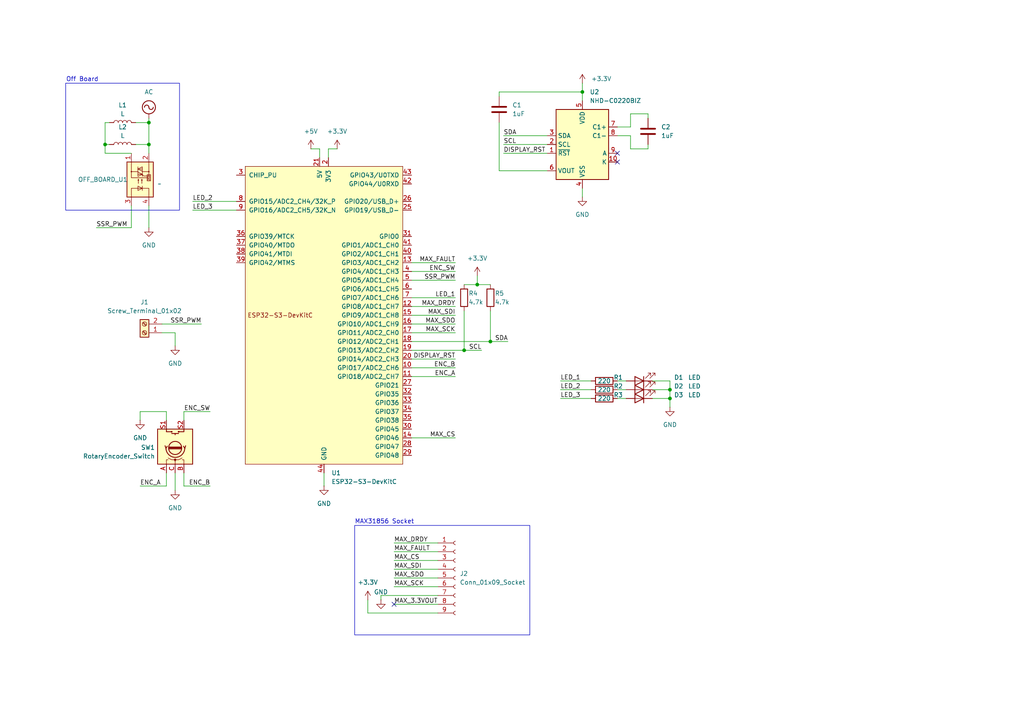
<source format=kicad_sch>
(kicad_sch (version 20250114) (generator "eeschema") (generator_version "9.0")
  (paper "A4")
  (title_block (title "Tube Furnace Schematic") (date "2025-03-26") (rev "v2") (company "Waterloo Hacker Fab"))
  (lib_symbols
    (symbol "Connector:Conn_01x09_Socket" (pin_names (offset 1.016) (hide yes))
      (property "Reference" "J" (at 0 12.7 0))
      (property "Value" "Conn_01x09_Socket" (at 0 -12.7 0))
      (symbol "Conn_01x09_Socket_1_1"
        (polyline (pts (xy -1.27 10.16) (xy -0.508 10.16)) (stroke (width 0.1524)))
        (polyline (pts (xy -1.27 7.62) (xy -0.508 7.62)) (stroke (width 0.1524)))
        (polyline (pts (xy -1.27 5.08) (xy -0.508 5.08)) (stroke (width 0.1524)))
        (polyline (pts (xy -1.27 2.54) (xy -0.508 2.54)) (stroke (width 0.1524)))
        (polyline (pts (xy -1.27 0) (xy -0.508 0)) (stroke (width 0.1524)))
        (polyline (pts (xy -1.27 -2.54) (xy -0.508 -2.54)) (stroke (width 0.1524)))
        (polyline (pts (xy -1.27 -5.08) (xy -0.508 -5.08)) (stroke (width 0.1524)))
        (polyline (pts (xy -1.27 -7.62) (xy -0.508 -7.62)) (stroke (width 0.1524)))
        (polyline (pts (xy -1.27 -10.16) (xy -0.508 -10.16)) (stroke (width 0.1524)))
        (arc (start 0 9.652) (mid -0.5058 10.16) (end 0 10.668) (stroke (width 0.1524)))
        (arc (start 0 7.112) (mid -0.5058 7.62) (end 0 8.128) (stroke (width 0.1524)))
        (arc (start 0 4.572) (mid -0.5058 5.08) (end 0 5.588) (stroke (width 0.1524)))
        (arc (start 0 2.032) (mid -0.5058 2.54) (end 0 3.048) (stroke (width 0.1524)))
        (arc (start 0 -0.508) (mid -0.5058 0) (end 0 0.508) (stroke (width 0.1524)))
        (arc (start 0 -3.048) (mid -0.5058 -2.54) (end 0 -2.032) (stroke (width 0.1524)))
        (arc (start 0 -5.588) (mid -0.5058 -5.08) (end 0 -4.572) (stroke (width 0.1524)))
        (arc (start 0 -8.128) (mid -0.5058 -7.62) (end 0 -7.112) (stroke (width 0.1524)))
        (arc (start 0 -10.668) (mid -0.5058 -10.16) (end 0 -9.652) (stroke (width 0.1524)))
        (pin passive line (at -5.08 10.16 0) (length 3.81) (name "Pin_1") (number "1"))
        (pin passive line (at -5.08 7.62 0) (length 3.81) (name "Pin_2") (number "2"))
        (pin passive line (at -5.08 5.08 0) (length 3.81) (name "Pin_3") (number "3"))
        (pin passive line (at -5.08 2.54 0) (length 3.81) (name "Pin_4") (number "4"))
        (pin passive line (at -5.08 0 0) (length 3.81) (name "Pin_5") (number "5"))
        (pin passive line (at -5.08 -2.54 0) (length 3.81) (name "Pin_6") (number "6"))
        (pin passive line (at -5.08 -5.08 0) (length 3.81) (name "Pin_7") (number "7"))
        (pin passive line (at -5.08 -7.62 0) (length 3.81) (name "Pin_8") (number "8"))
        (pin passive line (at -5.08 -10.16 0) (length 3.81) (name "Pin_9") (number "9"))
      )
    )
    (symbol "Connector:Screw_Terminal_01x02" (pin_names (offset 1.016) (hide yes))
      (property "Reference" "J" (at 0 2.54 0))
      (property "Value" "Screw_Terminal_01x02" (at 0 -5.08 0))
      (symbol "Screw_Terminal_01x02_1_1"
        (rectangle (start -1.27 1.27) (end 1.27 -3.81) (stroke (width 0.254)) (fill (type background)))
        (polyline (pts (xy -0.5334 0.3302) (xy 0.3302 -0.508)) (stroke (width 0.1524)))
        (polyline (pts (xy -0.5334 -2.2098) (xy 0.3302 -3.048)) (stroke (width 0.1524)))
        (polyline (pts (xy -0.3556 0.508) (xy 0.508 -0.3302)) (stroke (width 0.1524)))
        (polyline (pts (xy -0.3556 -2.032) (xy 0.508 -2.8702)) (stroke (width 0.1524)))
        (circle (center 0 0) (radius 0.635) (stroke (width 0.1524)))
        (circle (center 0 -2.54) (radius 0.635) (stroke (width 0.1524)))
        (pin passive line (at -5.08 0 0) (length 3.81) (name "Pin_1") (number "1"))
        (pin passive line (at -5.08 -2.54 0) (length 3.81) (name "Pin_2") (number "2"))
      )
    )
    (symbol "Device:C" (pin_numbers (hide yes)) (pin_names (offset 0.254))
      (property "Reference" "C" (at 0.635 2.54 0))
      (property "Value" "C" (at 0.635 -2.54 0))
      (symbol "C_0_1"
        (polyline (pts (xy -2.032 0.762) (xy 2.032 0.762)) (stroke (width 0.508)))
        (polyline (pts (xy -2.032 -0.762) (xy 2.032 -0.762)) (stroke (width 0.508)))
      )
      (symbol "C_1_1"
        (pin passive line (at 0 3.81 270) (length 2.794) (name "~") (number "1"))
        (pin passive line (at 0 -3.81 90) (length 2.794) (name "~") (number "2"))
      )
    )
    (symbol "Device:L" (pin_numbers (hide yes)) (pin_names (offset 1.016) (hide yes))
      (property "Reference" "L" (at -1.27 0 90))
      (property "Value" "L" (at 1.905 0 90))
      (symbol "L_0_1"
        (arc (start 0 2.54) (mid 0.6323 1.905) (end 0 1.27))
        (arc (start 0 1.27) (mid 0.6323 0.635) (end 0 0))
        (arc (start 0 0) (mid 0.6323 -0.635) (end 0 -1.27))
        (arc (start 0 -1.27) (mid 0.6323 -1.905) (end 0 -2.54))
      )
      (symbol "L_1_1"
        (pin passive line (at 0 3.81 270) (length 1.27) (name "1") (number "1"))
        (pin passive line (at 0 -3.81 90) (length 1.27) (name "2") (number "2"))
      )
    )
    (symbol "Device:LED" (pin_numbers (hide yes)) (pin_names (offset 1.016) (hide yes))
      (property "Reference" "D" (at 0 2.54 0))
      (property "Value" "LED" (at 0 -2.54 0))
      (symbol "LED_0_1"
        (polyline (pts (xy -3.048 -0.762) (xy -4.572 -2.286) (xy -3.81 -2.286) (xy -4.572 -2.286) (xy -4.572 -1.524)))
        (polyline (pts (xy -1.778 -0.762) (xy -3.302 -2.286) (xy -2.54 -2.286) (xy -3.302 -2.286) (xy -3.302 -1.524)))
        (polyline (pts (xy -1.27 0) (xy 1.27 0)))
        (polyline (pts (xy -1.27 -1.27) (xy -1.27 1.27)) (stroke (width 0.254)))
        (polyline (pts (xy 1.27 -1.27) (xy 1.27 1.27) (xy -1.27 0) (xy 1.27 -1.27)) (stroke (width 0.254)))
      )
      (symbol "LED_1_1"
        (pin passive line (at -3.81 0 0) (length 2.54) (name "K") (number "1"))
        (pin passive line (at 3.81 0 180) (length 2.54) (name "A") (number "2"))
      )
    )
    (symbol "Device:R" (pin_numbers (hide yes)) (pin_names (offset 0))
      (property "Reference" "R" (at 2.032 0 90))
      (property "Value" "R" (at 0 0 90))
      (symbol "R_0_1"
        (rectangle (start -1.016 -2.54) (end 1.016 2.54) (stroke (width 0.254)))
      )
      (symbol "R_1_1"
        (pin passive line (at 0 3.81 270) (length 1.27) (name "~") (number "1"))
        (pin passive line (at 0 -3.81 90) (length 1.27) (name "~") (number "2"))
      )
    )
    (symbol "Device:RotaryEncoder_Switch" (pin_names (offset 0.254) (hide yes))
      (property "Reference" "SW" (at 0 6.604 0))
      (property "Value" "RotaryEncoder_Switch" (at 0 -6.604 0))
      (symbol "RotaryEncoder_Switch_0_1"
        (rectangle (start -5.08 5.08) (end 5.08 -5.08) (stroke (width 0.254)) (fill (type background)))
        (polyline (pts (xy -5.08 2.54) (xy -3.81 2.54) (xy -3.81 2.032)))
        (polyline (pts (xy -5.08 0) (xy -3.81 0) (xy -3.81 -1.016) (xy -3.302 -2.032)))
        (polyline (pts (xy -5.08 -2.54) (xy -3.81 -2.54) (xy -3.81 -2.032)))
        (polyline (pts (xy -4.318 0) (xy -3.81 0) (xy -3.81 1.016) (xy -3.302 2.032)))
        (circle (center -3.81 0) (radius 0.254) (fill (type outline)))
        (polyline (pts (xy -0.635 -1.778) (xy -0.635 1.778)) (stroke (width 0.254)))
        (circle (center -0.381 0) (radius 1.905) (stroke (width 0.254)))
        (polyline (pts (xy -0.381 -1.778) (xy -0.381 1.778)) (stroke (width 0.254)))
        (arc (start -0.381 -2.794) (mid -3.0988 -0.0635) (end -0.381 2.667) (stroke (width 0.254)))
        (polyline (pts (xy -0.127 1.778) (xy -0.127 -1.778)) (stroke (width 0.254)))
        (polyline (pts (xy 0.254 2.921) (xy -0.508 2.667) (xy 0.127 2.286)) (stroke (width 0.254)))
        (polyline (pts (xy 0.254 -3.048) (xy -0.508 -2.794) (xy 0.127 -2.413)) (stroke (width 0.254)))
        (polyline (pts (xy 3.81 1.016) (xy 3.81 -1.016)) (stroke (width 0.254)))
        (polyline (pts (xy 3.81 0) (xy 3.429 0)) (stroke (width 0.254)))
        (circle (center 4.318 1.016) (radius 0.127) (stroke (width 0.254)))
        (circle (center 4.318 -1.016) (radius 0.127) (stroke (width 0.254)))
        (polyline (pts (xy 5.08 2.54) (xy 4.318 2.54) (xy 4.318 1.016)) (stroke (width 0.254)))
        (polyline (pts (xy 5.08 -2.54) (xy 4.318 -2.54) (xy 4.318 -1.016)) (stroke (width 0.254)))
      )
      (symbol "RotaryEncoder_Switch_1_1"
        (pin passive line (at -7.62 2.54 0) (length 2.54) (name "A") (number "A"))
        (pin passive line (at -7.62 0 0) (length 2.54) (name "C") (number "C"))
        (pin passive line (at -7.62 -2.54 0) (length 2.54) (name "B") (number "B"))
        (pin passive line (at 7.62 2.54 180) (length 2.54) (name "S1") (number "S1"))
        (pin passive line (at 7.62 -2.54 180) (length 2.54) (name "S2") (number "S2"))
      )
    )
    (symbol "Display_Character:NHD-C0220BIZ"
      (property "Reference" "U" (at -6.35 11.43 0))
      (property "Value" "NHD-C0220BIZ" (at 8.89 11.43 0))
      (symbol "NHD-C0220BIZ_0_1"
        (rectangle (start -7.62 10.16) (end 7.62 -10.16) (stroke (width 0.254)) (fill (type background)))
      )
      (symbol "NHD-C0220BIZ_1_1"
        (pin bidirectional line (at -10.16 2.54 0) (length 2.54) (name "SDA") (number "3"))
        (pin input line (at -10.16 0 0) (length 2.54) (name "SCL") (number "2"))
        (pin input line (at -10.16 -2.54 0) (length 2.54) (name "~{RST}") (number "1"))
        (pin passive line (at -10.16 -7.62 0) (length 2.54) (name "VOUT") (number "6"))
        (pin power_in line (at 0 12.7 270) (length 2.54) (name "VDD") (number "5"))
        (pin power_in line (at 0 -12.7 90) (length 2.54) (name "VSS") (number "4"))
        (pin passive line (at 10.16 5.08 180) (length 2.54) (name "C1+") (number "7"))
        (pin passive line (at 10.16 2.54 180) (length 2.54) (name "C1-") (number "8"))
        (pin passive line (at 10.16 -2.54 180) (length 2.54) (name "A") (number "9"))
        (pin passive line (at 10.16 -5.08 180) (length 2.54) (name "K") (number "10"))
      )
    )
    (symbol "PCM_Espressif:ESP32-S3-DevKitC" (pin_names (offset 1.016))
      (property "Reference" "U" (at -22.86 48.26 0))
      (property "Value" "ESP32-S3-DevKitC" (at -22.86 45.72 0))
      (symbol "ESP32-S3-DevKitC_0_0"
        (text "ESP32-S3-DevKitC" (at -12.7 0 0) (effects (font (size 1.27 1.27))))
        (pin bidirectional line (at -25.4 15.24 0) (length 2.54) (name "GPIO42/MTMS") (number "39"))
        (pin power_in line (at 0 -45.72 90) (length 2.54) (name "GND") (number "44"))
        (pin bidirectional line (at 25.4 40.64 180) (length 2.54) (name "GPIO43/U0TXD") (number "43"))
        (pin bidirectional line (at 25.4 38.1 180) (length 2.54) (name "GPIO44/U0RXD") (number "42"))
        (pin bidirectional line (at 25.4 20.32 180) (length 2.54) (name "GPIO1/ADC1_CH0") (number "41"))
        (pin bidirectional line (at 25.4 17.78 180) (length 2.54) (name "GPIO2/ADC1_CH1") (number "40"))
        (pin bidirectional line (at 25.4 -10.16 180) (length 2.54) (name "GPIO13/ADC2_CH2") (number "19"))
        (pin bidirectional line (at 25.4 -35.56 180) (length 2.54) (name "GPIO46") (number "14"))
      )
      (symbol "ESP32-S3-DevKitC_0_1"
        (rectangle (start -22.86 43.18) (end 22.86 -43.18) (fill (type background)))
        (pin power_in line (at 1.27 45.72 270) (length 2.54) (name "3V3") (number "2"))
      )
      (symbol "ESP32-S3-DevKitC_1_1"
        (pin input line (at -25.4 40.64 0) (length 2.54) (name "CHIP_PU") (number "3"))
        (pin bidirectional line (at -25.4 33.02 0) (length 2.54) (name "GPIO15/ADC2_CH4/32K_P") (number "8"))
        (pin bidirectional line (at -25.4 30.48 0) (length 2.54) (name "GPIO16/ADC2_CH5/32K_N") (number "9"))
        (pin bidirectional line (at -25.4 22.86 0) (length 2.54) (name "GPIO39/MTCK") (number "36"))
        (pin bidirectional line (at -25.4 20.32 0) (length 2.54) (name "GPIO40/MTDO") (number "37"))
        (pin bidirectional line (at -25.4 17.78 0) (length 2.54) (name "GPIO41/MTDI") (number "38"))
        (pin power_in line (at -1.27 45.72 270) (length 2.54) (name "5V") (number "21"))
        (pin passive line (at 0 -45.72 90) (length 2.54) (hide yes) (name "GND") (number "22"))
        (pin passive line (at 0 -45.72 90) (length 2.54) (hide yes) (name "GND") (number "23"))
        (pin passive line (at 0 -45.72 90) (length 2.54) (hide yes) (name "GND") (number "24"))
        (pin passive line (at 1.27 45.72 270) (length 2.54) (hide yes) (name "3V3") (number "1"))
        (pin bidirectional line (at 25.4 33.02 180) (length 2.54) (name "GPIO20/USB_D+") (number "26"))
        (pin bidirectional line (at 25.4 30.48 180) (length 2.54) (name "GPIO19/USB_D-") (number "25"))
        (pin bidirectional line (at 25.4 22.86 180) (length 2.54) (name "GPIO0") (number "31"))
        (pin bidirectional line (at 25.4 15.24 180) (length 2.54) (name "GPIO3/ADC1_CH2") (number "13"))
        (pin bidirectional line (at 25.4 12.7 180) (length 2.54) (name "GPIO4/ADC1_CH3") (number "4"))
        (pin bidirectional line (at 25.4 10.16 180) (length 2.54) (name "GPIO5/ADC1_CH4") (number "5"))
        (pin bidirectional line (at 25.4 7.62 180) (length 2.54) (name "GPIO6/ADC1_CH5") (number "6"))
        (pin bidirectional line (at 25.4 5.08 180) (length 2.54) (name "GPIO7/ADC1_CH6") (number "7"))
        (pin bidirectional line (at 25.4 2.54 180) (length 2.54) (name "GPIO8/ADC1_CH7") (number "12"))
        (pin bidirectional line (at 25.4 0 180) (length 2.54) (name "GPIO9/ADC1_CH8") (number "15"))
        (pin bidirectional line (at 25.4 -2.54 180) (length 2.54) (name "GPIO10/ADC1_CH9") (number "16"))
        (pin bidirectional line (at 25.4 -5.08 180) (length 2.54) (name "GPIO11/ADC2_CH0") (number "17"))
        (pin bidirectional line (at 25.4 -7.62 180) (length 2.54) (name "GPIO12/ADC2_CH1") (number "18"))
        (pin bidirectional line (at 25.4 -12.7 180) (length 2.54) (name "GPIO14/ADC2_CH3") (number "20"))
        (pin bidirectional line (at 25.4 -15.24 180) (length 2.54) (name "GPIO17/ADC2_CH6") (number "10"))
        (pin bidirectional line (at 25.4 -17.78 180) (length 2.54) (name "GPIO18/ADC2_CH7") (number "11"))
        (pin bidirectional line (at 25.4 -20.32 180) (length 2.54) (name "GPIO21") (number "27"))
        (pin bidirectional line (at 25.4 -22.86 180) (length 2.54) (name "GPIO35") (number "32"))
        (pin bidirectional line (at 25.4 -25.4 180) (length 2.54) (name "GPIO36") (number "33"))
        (pin bidirectional line (at 25.4 -27.94 180) (length 2.54) (name "GPIO37") (number "34"))
        (pin bidirectional line (at 25.4 -30.48 180) (length 2.54) (name "GPIO38") (number "35"))
        (pin bidirectional line (at 25.4 -33.02 180) (length 2.54) (name "GPIO45") (number "30"))
        (pin bidirectional line (at 25.4 -38.1 180) (length 2.54) (name "GPIO47") (number "28"))
        (pin bidirectional line (at 25.4 -40.64 180) (length 2.54) (name "GPIO48") (number "29"))
      )
    )
    (symbol "Relay_SolidState:HHG1D-1"
      (property "Reference" "U" (at -5.08 5.08 0))
      (property "Value" "HHG1D-1" (at 0 5.08 0))
      (symbol "HHG1D-1_0_0"
        (rectangle (start -0.381 -2.032) (end 1.397 -3.048))
        (polyline (pts (xy 1.524 -0.635) (xy 1.016 -1.016) (xy 1.016 -2.032)))
        (polyline (pts (xy 2.286 -2.54) (xy 1.397 -2.54)))
        (text "ZCD" (at 0.508 -2.54 0) (effects (font (size 0.508 0.508))))
      )
      (symbol "HHG1D-1_0_1"
        (rectangle (start -5.08 3.81) (end 5.08 -3.81) (stroke (width 0.254)) (fill (type background)))
        (polyline (pts (xy -5.08 2.54) (xy -2.54 2.54) (xy -2.54 -2.54) (xy -5.08 -2.54)))
        (polyline (pts (xy -3.175 -0.635) (xy -1.905 -0.635)))
        (polyline (pts (xy -2.54 -0.635) (xy -3.175 0.635) (xy -1.905 0.635) (xy -2.54 -0.635)))
        (polyline (pts (xy -1.143 0.508) (xy 0.127 0.508) (xy -0.254 0.381) (xy -0.254 0.635) (xy 0.127 0.508)))
        (polyline (pts (xy -1.143 -0.508) (xy 0.127 -0.508) (xy -0.254 -0.635) (xy -0.254 -0.381) (xy 0.127 -0.508)))
        (polyline (pts (xy 0.889 -0.635) (xy 3.683 -0.635) (xy 3.048 0.635) (xy 2.413 -0.635)))
        (polyline (pts (xy 1.524 -0.635) (xy 1.524 0.635)))
        (polyline (pts (xy 2.286 2.54) (xy 0.508 2.54) (xy 0.508 -2.032)))
        (circle (center 2.286 2.54) (radius 0.127))
        (polyline (pts (xy 2.286 0.635) (xy 2.286 2.54) (xy 5.08 2.54)))
        (polyline (pts (xy 2.286 -0.635) (xy 2.286 -2.54) (xy 5.08 -2.54)))
        (circle (center 2.286 -2.54) (radius 0.127))
        (polyline (pts (xy 3.048 0.635) (xy 3.048 -0.635)))
        (polyline (pts (xy 3.683 0.635) (xy 0.889 0.635) (xy 1.524 -0.635) (xy 2.159 0.635)))
      )
      (symbol "HHG1D-1_1_1"
        (pin passive line (at -7.62 2.54 0) (length 2.54) (name "~") (number "3"))
        (pin passive line (at -7.62 -2.54 0) (length 2.54) (name "~") (number "4"))
        (pin passive line (at 7.62 2.54 180) (length 2.54) (name "~") (number "1"))
        (pin passive line (at 7.62 -2.54 180) (length 2.54) (name "~") (number "2"))
      )
    )
    (symbol "power:+3.3V" (power) (pin_numbers (hide yes)) (pin_names (offset 0) (hide yes))
      (property "Value" "+3.3V" (at 0 3.556 0))
      (symbol "+3.3V_0_1"
        (polyline (pts (xy -0.762 1.27) (xy 0 2.54)))
        (polyline (pts (xy 0 2.54) (xy 0.762 1.27)))
        (polyline (pts (xy 0 0) (xy 0 2.54)))
      )
      (symbol "+3.3V_1_1"
        (pin power_in line (at 0 0 90) (length 0) (name "~") (number "1"))
      )
    )
    (symbol "power:+5V" (power) (pin_numbers (hide yes)) (pin_names (offset 0) (hide yes))
      (property "Value" "+5V" (at 0 3.556 0))
      (symbol "+5V_0_1"
        (polyline (pts (xy -0.762 1.27) (xy 0 2.54)))
        (polyline (pts (xy 0 2.54) (xy 0.762 1.27)))
        (polyline (pts (xy 0 0) (xy 0 2.54)))
      )
      (symbol "+5V_1_1"
        (pin power_in line (at 0 0 90) (length 0) (name "~") (number "1"))
      )
    )
    (symbol "power:AC" (power) (pin_numbers (hide yes)) (pin_names (offset 0) (hide yes))
      (property "Value" "AC" (at 0 6.35 0))
      (symbol "AC_0_1"
        (arc (start -1.27 3.175) (mid -0.635 3.8073) (end 0 3.175) (stroke (width 0.254)))
        (circle (center 0 3.175) (radius 1.905) (stroke (width 0.254)))
        (polyline (pts (xy 0 0) (xy 0 1.27)))
        (arc (start 1.27 3.175) (mid 0.635 2.5427) (end 0 3.175) (stroke (width 0.254)))
      )
      (symbol "AC_1_1"
        (pin power_in line (at 0 0 90) (length 0) (name "~") (number "1"))
      )
    )
    (symbol "power:GND" (power) (pin_numbers (hide yes)) (pin_names (offset 0) (hide yes))
      (property "Value" "GND" (at 0 -3.81 0))
      (symbol "GND_0_1"
        (polyline (pts (xy 0 0) (xy 0 -1.27) (xy 1.27 -1.27) (xy 0 -2.54) (xy -1.27 -1.27) (xy 0 -1.27)))
      )
      (symbol "GND_1_1"
        (pin power_in line (at 0 0 270) (length 0) (name "~") (number "1"))
      )
    )
  )
  (rectangle (start 102.87 152.4) (end 153.67 184.15))
  (rectangle (start 19.05 24.13) (end 52.07 60.96))
  (text "Off Board" (at 23.876 23.114 0) (effects (font (size 1.27 1.27))))
  (text "MAX31856 Socket" (at 111.506 151.384 0) (effects (font (size 1.27 1.27))))
  (junction (at 30.48 41.91))
  (junction (at 142.24 99.06))
  (junction (at 134.62 101.6))
  (junction (at 43.18 35.56))
  (junction (at 194.31 113.03))
  (junction (at 43.18 41.91))
  (junction (at 168.91 26.67))
  (junction (at 138.43 82.55))
  (junction (at 194.31 115.57))
  (no_connect (at 114.3 175.26))
  (no_connect (at 179.07 44.45))
  (no_connect (at 179.07 46.99))
  (wire (pts (xy 162.56 113.03) (xy 171.45 113.03)))
  (wire (pts (xy 187.96 43.18) (xy 187.96 41.91)))
  (wire (pts (xy 182.88 43.18) (xy 187.96 43.18)))
  (wire (pts (xy 106.68 177.8) (xy 127 177.8)))
  (wire (pts (xy 194.31 115.57) (xy 194.31 118.11)))
  (wire (pts (xy 114.3 175.26) (xy 127 175.26)))
  (wire (pts (xy 134.62 82.55) (xy 138.43 82.55)))
  (wire (pts (xy 110.49 172.72) (xy 110.49 173.99)))
  (wire (pts (xy 187.96 33.02) (xy 187.96 34.29)))
  (wire (pts (xy 46.99 96.52) (xy 50.8 96.52)))
  (wire (pts (xy 194.31 113.03) (xy 194.31 115.57)))
  (wire (pts (xy 194.31 113.03) (xy 189.23 113.03)))
  (wire (pts (xy 119.38 101.6) (xy 134.62 101.6)))
  (wire (pts (xy 93.98 137.16) (xy 93.98 140.97)))
  (wire (pts (xy 168.91 24.13) (xy 168.91 26.67)))
  (wire (pts (xy 114.3 160.02) (xy 127 160.02)))
  (wire (pts (xy 106.68 173.99) (xy 106.68 177.8)))
  (wire (pts (xy 95.25 43.18) (xy 97.79 43.18)))
  (wire (pts (xy 39.37 35.56) (xy 43.18 35.56)))
  (wire (pts (xy 53.34 119.38) (xy 60.96 119.38)))
  (wire (pts (xy 40.64 119.38) (xy 48.26 119.38)))
  (wire (pts (xy 48.26 119.38) (xy 48.26 121.92)))
  (wire (pts (xy 134.62 101.6) (xy 139.7 101.6)))
  (wire (pts (xy 142.24 99.06) (xy 147.32 99.06)))
  (wire (pts (xy 179.07 36.83) (xy 182.88 36.83)))
  (wire (pts (xy 92.71 43.18) (xy 90.17 43.18)))
  (wire (pts (xy 50.8 137.16) (xy 50.8 142.24)))
  (wire (pts (xy 30.48 35.56) (xy 31.75 35.56)))
  (wire (pts (xy 114.3 157.48) (xy 127 157.48)))
  (wire (pts (xy 168.91 54.61) (xy 168.91 57.15)))
  (wire (pts (xy 53.34 140.97) (xy 60.96 140.97)))
  (wire (pts (xy 138.43 82.55) (xy 142.24 82.55)))
  (wire (pts (xy 179.07 110.49) (xy 181.61 110.49)))
  (wire (pts (xy 119.38 109.22) (xy 132.08 109.22)))
  (wire (pts (xy 30.48 41.91) (xy 31.75 41.91)))
  (wire (pts (xy 92.71 45.72) (xy 92.71 43.18)))
  (wire (pts (xy 114.3 167.64) (xy 127 167.64)))
  (wire (pts (xy 119.38 81.28) (xy 132.08 81.28)))
  (wire (pts (xy 50.8 96.52) (xy 50.8 100.33)))
  (wire (pts (xy 144.78 35.56) (xy 144.78 49.53)))
  (wire (pts (xy 55.88 60.96) (xy 68.58 60.96)))
  (wire (pts (xy 48.26 137.16) (xy 48.26 140.97)))
  (wire (pts (xy 53.34 121.92) (xy 53.34 119.38)))
  (wire (pts (xy 114.3 165.1) (xy 127 165.1)))
  (wire (pts (xy 179.07 39.37) (xy 182.88 39.37)))
  (wire (pts (xy 144.78 49.53) (xy 158.75 49.53)))
  (wire (pts (xy 142.24 90.17) (xy 142.24 99.06)))
  (wire (pts (xy 30.48 35.56) (xy 30.48 41.91)))
  (wire (pts (xy 132.08 76.2) (xy 119.38 76.2)))
  (wire (pts (xy 182.88 39.37) (xy 182.88 43.18)))
  (wire (pts (xy 43.18 34.29) (xy 43.18 35.56)))
  (wire (pts (xy 146.05 44.45) (xy 158.75 44.45)))
  (wire (pts (xy 182.88 33.02) (xy 187.96 33.02)))
  (wire (pts (xy 146.05 41.91) (xy 158.75 41.91)))
  (wire (pts (xy 182.88 36.83) (xy 182.88 33.02)))
  (wire (pts (xy 30.48 44.45) (xy 38.1 44.45)))
  (wire (pts (xy 119.38 104.14) (xy 132.08 104.14)))
  (wire (pts (xy 119.38 91.44) (xy 132.08 91.44)))
  (wire (pts (xy 144.78 26.67) (xy 144.78 27.94)))
  (wire (pts (xy 43.18 59.69) (xy 43.18 66.04)))
  (wire (pts (xy 53.34 137.16) (xy 53.34 140.97)))
  (wire (pts (xy 179.07 113.03) (xy 181.61 113.03)))
  (wire (pts (xy 194.31 115.57) (xy 189.23 115.57)))
  (wire (pts (xy 134.62 90.17) (xy 134.62 101.6)))
  (wire (pts (xy 119.38 127) (xy 132.08 127)))
  (wire (pts (xy 40.64 121.92) (xy 40.64 119.38)))
  (wire (pts (xy 162.56 110.49) (xy 171.45 110.49)))
  (wire (pts (xy 179.07 115.57) (xy 181.61 115.57)))
  (wire (pts (xy 43.18 41.91) (xy 43.18 44.45)))
  (wire (pts (xy 194.31 113.03) (xy 194.31 110.49)))
  (wire (pts (xy 110.49 172.72) (xy 127 172.72)))
  (wire (pts (xy 55.88 58.42) (xy 68.58 58.42)))
  (wire (pts (xy 38.1 66.04) (xy 38.1 59.69)))
  (wire (pts (xy 114.3 170.18) (xy 127 170.18)))
  (wire (pts (xy 39.37 41.91) (xy 43.18 41.91)))
  (wire (pts (xy 119.38 78.74) (xy 132.08 78.74)))
  (wire (pts (xy 162.56 115.57) (xy 171.45 115.57)))
  (wire (pts (xy 40.64 140.97) (xy 48.26 140.97)))
  (wire (pts (xy 146.05 39.37) (xy 158.75 39.37)))
  (wire (pts (xy 119.38 93.98) (xy 132.08 93.98)))
  (wire (pts (xy 132.08 88.9) (xy 119.38 88.9)))
  (wire (pts (xy 27.94 66.04) (xy 38.1 66.04)))
  (wire (pts (xy 132.08 86.36) (xy 119.38 86.36)))
  (wire (pts (xy 30.48 44.45) (xy 30.48 41.91)))
  (wire (pts (xy 119.38 99.06) (xy 142.24 99.06)))
  (wire (pts (xy 194.31 110.49) (xy 189.23 110.49)))
  (wire (pts (xy 46.99 93.98) (xy 58.42 93.98)))
  (wire (pts (xy 144.78 26.67) (xy 168.91 26.67)))
  (wire (pts (xy 168.91 26.67) (xy 168.91 29.21)))
  (wire (pts (xy 43.18 35.56) (xy 43.18 41.91)))
  (wire (pts (xy 119.38 96.52) (xy 132.08 96.52)))
  (wire (pts (xy 138.43 82.55) (xy 138.43 80.01)))
  (wire (pts (xy 119.38 106.68) (xy 132.08 106.68)))
  (wire (pts (xy 95.25 45.72) (xy 95.25 43.18)))
  (wire (pts (xy 114.3 162.56) (xy 127 162.56)))
  (label "MAX_CS" (at 114.3 162.56 0))
  (label "ENC_A" (at 132.08 109.22 180))
  (label "ENC_SW" (at 60.96 119.38 180))
  (label "SCL" (at 146.05 41.91 0))
  (label "MAX_SCK" (at 132.08 96.52 180))
  (label "SCL" (at 139.7 101.6 180))
  (label "MAX_SDO" (at 132.08 93.98 180))
  (label "MAX_CS" (at 132.08 127 180))
  (label "LED_1" (at 132.08 86.36 180))
  (label "ENC_SW" (at 132.08 78.74 180))
  (label "MAX_3.3VOUT" (at 114.3 175.26 0))
  (label "MAX_SCK" (at 114.3 170.18 0))
  (label "SDA" (at 147.32 99.06 180))
  (label "MAX_DRDY" (at 114.3 157.48 0))
  (label "LED_2" (at 55.88 58.42 0))
  (label "MAX_SDO" (at 114.3 167.64 0))
  (label "MAX_SDI" (at 114.3 165.1 0))
  (label "DISPLAY_RST" (at 146.05 44.45 0))
  (label "ENC_B" (at 132.08 106.68 180))
  (label "SDA" (at 146.05 39.37 0))
  (label "LED_2" (at 162.56 113.03 0))
  (label "ENC_B" (at 60.96 140.97 180))
  (label "SSR_PWM" (at 132.08 81.28 180))
  (label "MAX_FAULT" (at 114.3 160.02 0))
  (label "ENC_A" (at 40.64 140.97 0))
  (label "MAX_FAULT" (at 132.08 76.2 180))
  (label "MAX_SDI" (at 132.08 91.44 180))
  (label "SSR_PWM" (at 27.94 66.04 0))
  (label "LED_3" (at 55.88 60.96 0))
  (label "DISPLAY_RST" (at 132.08 104.14 180))
  (label "LED_1" (at 162.56 110.49 0))
  (label "SSR_PWM" (at 58.42 93.98 180))
  (label "MAX_DRDY" (at 132.08 88.9 180))
  (label "LED_3" (at 162.56 115.57 0))
  (symbol (lib_id "Device:RotaryEncoder_Switch") (at 50.8 129.54 90) (unit 1)
    (property "Reference" "SW1" (at 44.958 129.794 90) (effects (justify left)))
    (property "Value" "RotaryEncoder_Switch" (at 44.958 132.334 90) (effects (justify left)))
    (property "Footprint" "!footprints:PEC164120FS0012" (effects (hide yes)))
    (property "Description" "Rotary encoder, dual channel, incremental quadrate outputs, with switch" (effects (hide yes)))
  )
  (symbol (lib_id "power:GND") (at 194.31 118.11 0) (unit 1)
    (property "Reference" "#PWR012" (effects (hide yes)))
    (property "Value" "GND" (at 194.31 123.19 0))
    (property "Description" "Power symbol creates a global label with name \"GND\" , ground" (effects (hide yes)))
  )
  (symbol (lib_id "Device:R") (at 175.26 110.49 90) (unit 1)
    (property "Reference" "R1" (at 179.324 109.474 90))
    (property "Value" "220" (at 175.26 110.49 90))
    (property "Footprint" "Resistor_SMD:R_0805_2012Metric_Pad1.20x1.40mm_HandSolder" (effects (hide yes)))
    (property "Description" "Resistor" (effects (hide yes)))
  )
  (symbol (lib_id "Connector:Screw_Terminal_01x02") (at 41.91 96.52 180) (unit 1)
    (property "Reference" "J1" (at 41.91 87.63 0))
    (property "Value" "Screw_Terminal_01x02" (at 41.91 90.17 0))
    (property "Footprint" "phoenix_footprints:TE_282837-2" (effects (hide yes)))
    (property "Description" "Generic screw terminal, single row, 01x02, script generated (kicad-library-utils/schlib/autogen/connector/)" (effects (hide yes)))
  )
  (symbol (lib_id "Device:C") (at 187.96 38.1 0) (unit 1)
    (property "Reference" "C2" (at 191.77 36.8299 0) (effects (justify left)))
    (property "Value" "1uF" (at 191.77 39.3699 0) (effects (justify left)))
    (property "Footprint" "Capacitor_SMD:C_0805_2012Metric" (effects (hide yes)))
    (property "Description" "Unpolarized capacitor" (effects (hide yes)))
  )
  (symbol (lib_id "Device:L") (at 35.56 41.91 90) (unit 1) (on_board no)
    (property "Reference" "L2" (at 35.56 36.83 90))
    (property "Value" "L" (at 35.56 39.37 90))
    (property "Description" "Inductor" (effects (hide yes)))
  )
  (symbol (lib_id "Device:C") (at 144.78 31.75 0) (unit 1)
    (property "Reference" "C1" (at 148.59 30.4799 0) (effects (justify left)))
    (property "Value" "1uF" (at 148.59 33.0199 0) (effects (justify left)))
    (property "Footprint" "Capacitor_SMD:C_0805_2012Metric" (effects (hide yes)))
    (property "Description" "Unpolarized capacitor" (effects (hide yes)))
  )
  (symbol (lib_id "Relay_SolidState:HHG1D-1") (at 40.64 52.07 90) (unit 1) (on_board no)
    (property "Reference" "OFF_BOARD_U1" (at 22.606 52.07 90) (effects (justify right)))
    (property "Value" "~" (at 45.72 53.34 90) (effects (justify right)))
    (property "Datasheet" "https://ncr.hk/uploads/Relays/Solid_State_Relays/HHG1D-1.pdf" (effects (hide yes)))
    (property "Description" "NCR zero cross solid state relay 1A, 2A, 3A, 4A" (effects (hide yes)))
  )
  (symbol (lib_id "power:GND") (at 168.91 57.15 0) (unit 1)
    (property "Reference" "#PWR014" (effects (hide yes)))
    (property "Value" "GND" (at 168.91 62.23 0))
    (property "Description" "Power symbol creates a global label with name \"GND\" , ground" (effects (hide yes)))
  )
  (symbol (lib_id "power:+3.3V") (at 106.68 173.99 0) (unit 1)
    (property "Reference" "#PWR09" (effects (hide yes)))
    (property "Value" "+3.3V" (at 106.68 168.91 0))
    (property "Description" "Power symbol creates a global label with name \"+3.3V\"" (effects (hide yes)))
  )
  (symbol (lib_id "power:GND") (at 40.64 121.92 0) (unit 1)
    (property "Reference" "#PWR01" (effects (hide yes)))
    (property "Value" "GND" (at 40.64 127 0))
    (property "Description" "Power symbol creates a global label with name \"GND\" , ground" (effects (hide yes)))
  )
  (symbol (lib_id "power:+5V") (at 90.17 43.18 0) (unit 1)
    (property "Reference" "#PWR06" (effects (hide yes)))
    (property "Value" "+5V" (at 90.17 38.1 0))
    (property "Description" "Power symbol creates a global label with name \"+5V\"" (effects (hide yes)))
  )
  (symbol (lib_id "Device:LED") (at 185.42 110.49 180) (unit 1)
    (property "Reference" "D1" (at 196.85 109.474 0))
    (property "Value" "LED" (at 201.422 109.474 0))
    (property "Footprint" "Diode_SMD:D_0805_2012Metric_Pad1.15x1.40mm_HandSolder" (effects (hide yes)))
    (property "Description" "Light emitting diode" (effects (hide yes)))
    (property "Sim.Pins" "1=K 2=A" (effects (hide yes)))
  )
  (symbol (lib_id "Device:R") (at 142.24 86.36 0) (unit 1)
    (property "Reference" "R5" (at 143.51 85.09 0) (effects (justify left)))
    (property "Value" "4.7k" (at 143.51 87.63 0) (effects (justify left)))
    (property "Footprint" "Resistor_SMD:R_0805_2012Metric_Pad1.20x1.40mm_HandSolder" (effects (hide yes)))
    (property "Description" "Resistor" (effects (hide yes)))
  )
  (symbol (lib_id "Device:L") (at 35.56 35.56 90) (unit 1) (on_board no)
    (property "Reference" "L1" (at 35.56 30.48 90))
    (property "Value" "L" (at 35.56 33.02 90))
    (property "Description" "Inductor" (effects (hide yes)))
  )
  (symbol (lib_id "power:AC") (at 43.18 34.29 0) (unit 1)
    (property "Reference" "#PWR04" (effects (hide yes)))
    (property "Value" "AC" (at 43.18 26.67 0))
    (property "Description" "Power symbol creates a global label with name \"AC\"" (effects (hide yes)))
  )
  (symbol (lib_id "Device:LED") (at 185.42 113.03 180) (unit 1)
    (property "Reference" "D2" (at 196.85 112.014 0))
    (property "Value" "LED" (at 201.422 112.014 0))
    (property "Footprint" "Diode_SMD:D_0805_2012Metric_Pad1.15x1.40mm_HandSolder" (effects (hide yes)))
    (property "Description" "Light emitting diode" (effects (hide yes)))
    (property "Sim.Pins" "1=K 2=A" (effects (hide yes)))
  )
  (symbol (lib_id "power:GND") (at 43.18 66.04 0) (unit 1)
    (property "Reference" "#PWR05" (effects (hide yes)))
    (property "Value" "GND" (at 43.18 71.12 0))
    (property "Description" "Power symbol creates a global label with name \"GND\" , ground" (effects (hide yes)))
  )
  (symbol (lib_id "Device:LED") (at 185.42 115.57 180) (unit 1)
    (property "Reference" "D3" (at 196.85 114.554 0))
    (property "Value" "LED" (at 201.422 114.554 0))
    (property "Footprint" "Diode_SMD:D_0805_2012Metric_Pad1.15x1.40mm_HandSolder" (effects (hide yes)))
    (property "Description" "Light emitting diode" (effects (hide yes)))
    (property "Sim.Pins" "1=K 2=A" (effects (hide yes)))
  )
  (symbol (lib_id "Device:R") (at 175.26 113.03 90) (unit 1)
    (property "Reference" "R2" (at 179.324 112.014 90))
    (property "Value" "220" (at 175.26 113.03 90))
    (property "Footprint" "Resistor_SMD:R_0805_2012Metric_Pad1.20x1.40mm_HandSolder" (effects (hide yes)))
    (property "Description" "Resistor" (effects (hide yes)))
  )
  (symbol (lib_id "PCM_Espressif:ESP32-S3-DevKitC") (at 93.98 91.44 0) (unit 1)
    (property "Reference" "U1" (at 96.1233 137.16 0) (effects (justify left)))
    (property "Value" "ESP32-S3-DevKitC" (at 96.1233 139.7 0) (effects (justify left)))
    (property "Footprint" "PCM_Espressif:ESP32-S3-DevKitC" (effects (hide yes)))
    (property "Description" "ESP32-S3-DevKitC" (effects (hide yes)))
  )
  (symbol (lib_id "Connector:Conn_01x09_Socket") (at 132.08 167.64 0) (unit 1)
    (property "Reference" "J2" (at 133.35 166.3699 0) (effects (justify left)))
    (property "Value" "Conn_01x09_Socket" (at 133.35 168.9099 0) (effects (justify left)))
    (property "Footprint" "!footprints:MAX31856_HEADER" (effects (hide yes)))
    (property "Description" "Generic connector, single row, 01x09, script generated" (effects (hide yes)))
  )
  (symbol (lib_id "power:GND") (at 93.98 140.97 0) (unit 1)
    (property "Reference" "#PWR07" (effects (hide yes)))
    (property "Value" "GND" (at 93.98 146.05 0))
    (property "Description" "Power symbol creates a global label with name \"GND\" , ground" (effects (hide yes)))
  )
  (symbol (lib_id "power:GND") (at 50.8 100.33 0) (unit 1)
    (property "Reference" "#PWR02" (effects (hide yes)))
    (property "Value" "GND" (at 50.8 105.41 0))
    (property "Description" "Power symbol creates a global label with name \"GND\" , ground" (effects (hide yes)))
  )
  (symbol (lib_id "power:GND") (at 110.49 173.99 0) (unit 1)
    (property "Reference" "#PWR010" (effects (hide yes)))
    (property "Value" "GND" (at 110.49 171.704 0))
    (property "Description" "Power symbol creates a global label with name \"GND\" , ground" (effects (hide yes)))
  )
  (symbol (lib_id "power:GND") (at 50.8 142.24 0) (unit 1)
    (property "Reference" "#PWR03" (effects (hide yes)))
    (property "Value" "GND" (at 50.8 147.32 0))
    (property "Description" "Power symbol creates a global label with name \"GND\" , ground" (effects (hide yes)))
  )
  (symbol (lib_id "power:+5V") (at 168.91 24.13 0) (unit 1)
    (property "Reference" "#PWR013" (effects (hide yes)))
    (property "Value" "+3.3V" (at 171.45 22.8599 0) (effects (justify left)))
    (property "Description" "Power symbol creates a global label with name \"+5V\"" (effects (hide yes)))
  )
  (symbol (lib_id "Device:R") (at 175.26 115.57 90) (unit 1)
    (property "Reference" "R3" (at 179.324 114.554 90))
    (property "Value" "220" (at 175.26 115.57 90))
    (property "Footprint" "Resistor_SMD:R_0805_2012Metric_Pad1.20x1.40mm_HandSolder" (effects (hide yes)))
    (property "Description" "Resistor" (effects (hide yes)))
  )
  (symbol (lib_id "power:+3.3V") (at 97.79 43.18 0) (unit 1)
    (property "Reference" "#PWR08" (effects (hide yes)))
    (property "Value" "+3.3V" (at 97.79 38.1 0))
    (property "Description" "Power symbol creates a global label with name \"+3.3V\"" (effects (hide yes)))
  )
  (symbol (lib_id "power:+3.3V") (at 138.43 80.01 0) (unit 1)
    (property "Reference" "#PWR011" (effects (hide yes)))
    (property "Value" "+3.3V" (at 138.43 74.93 0))
    (property "Description" "Power symbol creates a global label with name \"+3.3V\"" (effects (hide yes)))
  )
  (symbol (lib_id "Device:R") (at 134.62 86.36 0) (unit 1)
    (property "Reference" "R4" (at 135.89 85.09 0) (effects (justify left)))
    (property "Value" "4.7k" (at 135.89 87.63 0) (effects (justify left)))
    (property "Footprint" "Resistor_SMD:R_0805_2012Metric_Pad1.20x1.40mm_HandSolder" (effects (hide yes)))
    (property "Description" "Resistor" (effects (hide yes)))
  )
  (symbol (lib_id "Display_Character:NHD-C0220BIZ") (at 168.91 41.91 0) (unit 1)
    (property "Reference" "U2" (at 171.0533 26.67 0) (effects (justify left)))
    (property "Value" "NHD-C0220BIZ" (at 171.0533 29.21 0) (effects (justify left)))
    (property "Footprint" "Display:NHD-C0220BiZ" (effects (hide yes)))
    (property "Datasheet" "http://www.newhavendisplay.com/specs/NHD-C0220BiZ-FSW-FBW-3V3M.pdf" (effects (hide yes)))
    (property "Description" "LCD 20x2 Alphanumeric 10pin Blue/White/Green Backlight, i2c, 3.3V VDD" (effects (hide yes)))
  )
)
</source>
